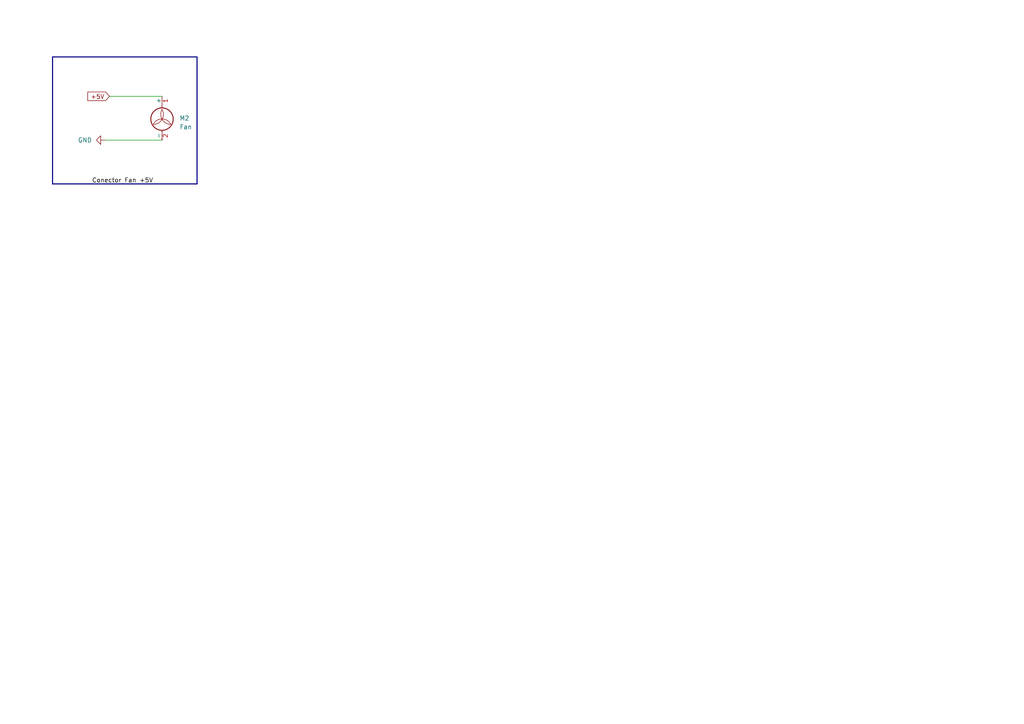
<source format=kicad_sch>
(kicad_sch (version 20230121) (generator eeschema)
  (paper "A4")
  (lib_symbols
    (symbol "Motor:Fan" (pin_names (offset 0))
      (property "Reference" "M" (at 2.54 5.08 0))
      (property "Value" "Fan" (at 2.54 -2.54 0))
      (symbol "Fan_0_1"
        (arc (start -2.54 -0.508) (mid 0.0028 0.9121) (end 0 3.81))
        (polyline (pts (xy 0 -5.08) (xy 0 -4.572)))
        (polyline (pts (xy 0 -2.2352) (xy 0 -2.6416)))
        (polyline (pts (xy 0 4.2672) (xy 0 4.6228)))
        (polyline (pts (xy 0 4.572) (xy 0 5.08)))
        (circle (center 0 1.016) (radius 3.2512) (stroke (width 0.254)))
        (arc (start 0 3.81) (mid 0.053 0.921) (end 2.54 -0.508))
        (arc (start 2.54 -0.508) (mid 0 1.0618) (end -2.54 -0.508))
      )
      (symbol "Fan_1_1"
        (pin passive line (at 0 7.62 270) (length 2.54) (name "+") (number "1"))
        (pin passive line (at 0 -5.08 90) (length 2.54) (name "-") (number "2"))
      )
    )
    (symbol "power:GND" (power) (pin_names (offset 0))
      (property "Value" "GND" (at 0 -3.81 0))
      (symbol "GND_0_1"
        (polyline (pts (xy 0 0) (xy 0 -1.27) (xy 1.27 -1.27) (xy 0 -2.54) (xy -1.27 -1.27) (xy 0 -1.27)))
      )
      (symbol "GND_1_1"
        (pin power_in line (at 0 0 270) (length 0) hide (name "GND") (number "1"))
      )
    )
  )
  (bus (pts (xy 57.15 16.51) (xy 57.15 53.34)))
  (bus (pts (xy 57.15 53.34) (xy 15.24 53.34)))
  (wire (pts (xy 46.99 40.64) (xy 30.48 40.64)))
  (bus (pts (xy 15.24 16.51) (xy 57.15 16.51)))
  (wire (pts (xy 31.75 27.94) (xy 46.99 27.94)))
  (bus (pts (xy 15.24 16.51) (xy 15.24 53.34)))
  (label "Conector Fan +5V" (at 44.45 53.34 180))
  (global_label "+5V" (shape input) (at 31.75 27.94 180) (property "Intersheetrefs" "${INTERSHEET_REFS}" (effects hide)))
  (symbol (lib_id "power:GND") (at 30.48 40.64 270) (unit 1)
    (property "Reference" "#PWR023" (effects hide))
    (property "Value" "GND" (at 26.67 40.64 90) (effects (justify right)))
  )
  (symbol (lib_id "Motor:Fan") (at 46.99 35.56 0) (unit 1)
    (property "Reference" "M2" (at 52.07 34.29 0) (effects (justify left)))
    (property "Value" "Fan" (at 52.07 36.83 0) (effects (justify left)))
    (property "Footprint" "Connector_PinHeader_2.54mm:PinHeader_1x02_P2.54mm_Horizontal" (effects hide))
  )
)
</source>
